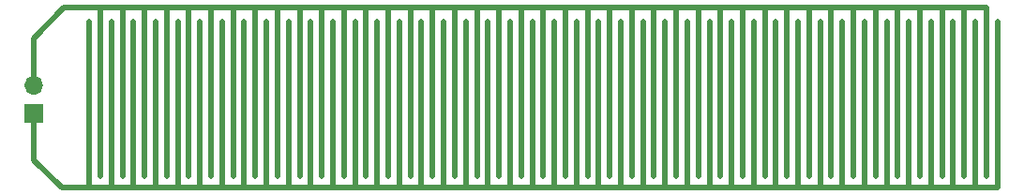
<source format=gbr>
%TF.GenerationSoftware,KiCad,Pcbnew,8.0.4*%
%TF.CreationDate,2024-09-05T15:58:04-04:00*%
%TF.ProjectId,paddle_1,70616464-6c65-45f3-912e-6b696361645f,rev?*%
%TF.SameCoordinates,Original*%
%TF.FileFunction,Copper,L2,Bot*%
%TF.FilePolarity,Positive*%
%FSLAX46Y46*%
G04 Gerber Fmt 4.6, Leading zero omitted, Abs format (unit mm)*
G04 Created by KiCad (PCBNEW 8.0.4) date 2024-09-05 15:58:04*
%MOMM*%
%LPD*%
G01*
G04 APERTURE LIST*
%TA.AperFunction,ComponentPad*%
%ADD10R,1.700000X1.700000*%
%TD*%
%TA.AperFunction,ComponentPad*%
%ADD11O,1.700000X1.700000*%
%TD*%
%TA.AperFunction,Conductor*%
%ADD12C,0.508000*%
%TD*%
G04 APERTURE END LIST*
D10*
%TO.P,J1,1,Pin_1*%
%TO.N,unconnected-(J1-Pin_1-Pad1)*%
X100000000Y-93275000D03*
D11*
%TO.P,J1,2,Pin_2*%
%TO.N,unconnected-(J1-Pin_2-Pad2)*%
X100000000Y-90735000D03*
%TD*%
D12*
%TO.N,unconnected-(J1-Pin_2-Pad2)*%
X128000000Y-83754000D02*
X128000000Y-99000000D01*
X108000000Y-83754000D02*
X110000000Y-83754000D01*
X158000000Y-83754000D02*
X160000000Y-83754000D01*
X102746000Y-83754000D02*
X106000000Y-83754000D01*
X120000000Y-83754000D02*
X120000000Y-99000000D01*
X166000000Y-83754000D02*
X168000000Y-83754000D01*
X184000000Y-83754000D02*
X186000000Y-83754000D01*
X162000000Y-83754000D02*
X164000000Y-83754000D01*
X148000000Y-83754000D02*
X148000000Y-99000000D01*
X178000000Y-83754000D02*
X178000000Y-99000000D01*
X118000000Y-83754000D02*
X118000000Y-99000000D01*
X164000000Y-83754000D02*
X166000000Y-83754000D01*
X178000000Y-83754000D02*
X180000000Y-83754000D01*
X150000000Y-83754000D02*
X152000000Y-83754000D01*
X114000000Y-83754000D02*
X114000000Y-99000000D01*
X142000000Y-83754000D02*
X142000000Y-99000000D01*
X128000000Y-83754000D02*
X130000000Y-83754000D01*
X162000000Y-83754000D02*
X162000000Y-99000000D01*
X124000000Y-83754000D02*
X126000000Y-83754000D01*
X160000000Y-83754000D02*
X162000000Y-83754000D01*
X138000000Y-83754000D02*
X138000000Y-99000000D01*
X116000000Y-83754000D02*
X116000000Y-99000000D01*
X110000000Y-83754000D02*
X112000000Y-83754000D01*
X112000000Y-83754000D02*
X112000000Y-99000000D01*
X140000000Y-83754000D02*
X140000000Y-99000000D01*
X176000000Y-83754000D02*
X176000000Y-99000000D01*
X144000000Y-83754000D02*
X146000000Y-83754000D01*
X136000000Y-83754000D02*
X136000000Y-99000000D01*
X122000000Y-83754000D02*
X122000000Y-99000000D01*
X158000000Y-83754000D02*
X158000000Y-99000000D01*
X114000000Y-83754000D02*
X116000000Y-83754000D01*
X176000000Y-83754000D02*
X178000000Y-83754000D01*
X164000000Y-83754000D02*
X164000000Y-99000000D01*
X156000000Y-83754000D02*
X158000000Y-83754000D01*
X112000000Y-83754000D02*
X114000000Y-83754000D01*
X146000000Y-83754000D02*
X146000000Y-99000000D01*
X134000000Y-83754000D02*
X136000000Y-83754000D01*
X126000000Y-83754000D02*
X126000000Y-99000000D01*
X136000000Y-83754000D02*
X138000000Y-83754000D01*
X138000000Y-83754000D02*
X140000000Y-83754000D01*
X126000000Y-83754000D02*
X128000000Y-83754000D01*
X168000000Y-83754000D02*
X168000000Y-99000000D01*
X108000000Y-83754000D02*
X108000000Y-99000000D01*
X180000000Y-83754000D02*
X180000000Y-99000000D01*
X170000000Y-83754000D02*
X170000000Y-98000000D01*
X132000000Y-83754000D02*
X132000000Y-99000000D01*
X154000000Y-83754000D02*
X156000000Y-83754000D01*
X130000000Y-83754000D02*
X132000000Y-83754000D01*
X172000000Y-83754000D02*
X174000000Y-83754000D01*
X152000000Y-83754000D02*
X152000000Y-99000000D01*
X160000000Y-83754000D02*
X160000000Y-99000000D01*
X142000000Y-83754000D02*
X144000000Y-83754000D01*
X100000000Y-86500000D02*
X102746000Y-83754000D01*
X182000000Y-83754000D02*
X184000000Y-83754000D01*
X170000000Y-98000000D02*
X170000000Y-99000000D01*
X110000000Y-83754000D02*
X110000000Y-99000000D01*
X118000000Y-83754000D02*
X120000000Y-83754000D01*
X116000000Y-83754000D02*
X118000000Y-83754000D01*
X148000000Y-83754000D02*
X150000000Y-83754000D01*
X146000000Y-83754000D02*
X148000000Y-83754000D01*
X106000000Y-83754000D02*
X106000000Y-99000000D01*
X170000000Y-83754000D02*
X172000000Y-83754000D01*
X180000000Y-83754000D02*
X182000000Y-83754000D01*
X150000000Y-83754000D02*
X150000000Y-99000000D01*
X122000000Y-83754000D02*
X124000000Y-83754000D01*
X174000000Y-83754000D02*
X174000000Y-99000000D01*
X100000000Y-90735000D02*
X100000000Y-86500000D01*
X144000000Y-83754000D02*
X144000000Y-99000000D01*
X186000000Y-83754000D02*
X186000000Y-99000000D01*
X130000000Y-83754000D02*
X130000000Y-99000000D01*
X132000000Y-83754000D02*
X134000000Y-83754000D01*
X174000000Y-83754000D02*
X176000000Y-83754000D01*
X172000000Y-83754000D02*
X172000000Y-99000000D01*
X166000000Y-83754000D02*
X166000000Y-99000000D01*
X156000000Y-83754000D02*
X156000000Y-99000000D01*
X140000000Y-83754000D02*
X142000000Y-83754000D01*
X152000000Y-83754000D02*
X154000000Y-83754000D01*
X182000000Y-83754000D02*
X182000000Y-99000000D01*
X106000000Y-83754000D02*
X108000000Y-83754000D01*
X168000000Y-83754000D02*
X170000000Y-83754000D01*
X154000000Y-83754000D02*
X154000000Y-99000000D01*
X184000000Y-83754000D02*
X184000000Y-99000000D01*
X134000000Y-83754000D02*
X134000000Y-99000000D01*
X120000000Y-83754000D02*
X122000000Y-83754000D01*
X124000000Y-83754000D02*
X124000000Y-99000000D01*
%TO.N,unconnected-(J1-Pin_1-Pad1)*%
X163000000Y-100000000D02*
X165000000Y-100000000D01*
X153000000Y-100000000D02*
X153000000Y-85000000D01*
X145000000Y-100000000D02*
X147000000Y-100000000D01*
X107000000Y-100000000D02*
X107000000Y-85000000D01*
X185000000Y-100000000D02*
X185000000Y-85000000D01*
X157000000Y-100000000D02*
X159000000Y-100000000D01*
X111000000Y-100000000D02*
X111000000Y-85000000D01*
X123000000Y-100000000D02*
X123000000Y-85000000D01*
X159000000Y-100000000D02*
X161000000Y-100000000D01*
X169000000Y-100000000D02*
X171000000Y-100000000D01*
X145000000Y-100000000D02*
X145000000Y-85000000D01*
X185000000Y-100000000D02*
X187000000Y-100000000D01*
X100000000Y-93275000D02*
X100000000Y-97500000D01*
X121000000Y-100000000D02*
X123000000Y-100000000D01*
X187000000Y-100000000D02*
X187000000Y-85000000D01*
X113000000Y-100000000D02*
X113000000Y-85000000D01*
X167000000Y-86000000D02*
X167000000Y-85000000D01*
X133000000Y-86000000D02*
X133000000Y-85000000D01*
X165000000Y-100000000D02*
X167000000Y-100000000D01*
X109000000Y-100000000D02*
X111000000Y-100000000D01*
X119000000Y-100000000D02*
X119000000Y-85000000D01*
X181000000Y-100000000D02*
X181000000Y-85000000D01*
X135000000Y-100000000D02*
X135000000Y-85000000D01*
X133000000Y-100000000D02*
X135000000Y-100000000D01*
X143000000Y-100000000D02*
X145000000Y-100000000D01*
X153000000Y-100000000D02*
X155000000Y-100000000D01*
X183000000Y-100000000D02*
X183000000Y-85000000D01*
X151000000Y-100000000D02*
X153000000Y-100000000D01*
X113000000Y-100000000D02*
X115000000Y-100000000D01*
X139000000Y-100000000D02*
X139000000Y-85000000D01*
X171000000Y-86000000D02*
X171000000Y-85000000D01*
X125000000Y-100000000D02*
X125000000Y-85000000D01*
X115000000Y-100000000D02*
X115000000Y-85000000D01*
X131000000Y-100000000D02*
X131000000Y-85000000D01*
X175000000Y-100000000D02*
X177000000Y-100000000D01*
X177000000Y-100000000D02*
X177000000Y-85000000D01*
X161000000Y-100000000D02*
X161000000Y-86000000D01*
X181000000Y-100000000D02*
X183000000Y-100000000D01*
X179000000Y-100000000D02*
X179000000Y-85000000D01*
X157000000Y-100000000D02*
X157000000Y-85000000D01*
X159000000Y-100000000D02*
X159000000Y-85000000D01*
X165000000Y-100000000D02*
X165000000Y-85000000D01*
X141000000Y-100000000D02*
X143000000Y-100000000D01*
X175000000Y-100000000D02*
X175000000Y-85000000D01*
X155000000Y-100000000D02*
X157000000Y-100000000D01*
X147000000Y-100000000D02*
X149000000Y-100000000D01*
X117000000Y-100000000D02*
X119000000Y-100000000D01*
X147000000Y-100000000D02*
X147000000Y-85000000D01*
X173000000Y-100000000D02*
X173000000Y-85000000D01*
X177000000Y-100000000D02*
X179000000Y-100000000D01*
X179000000Y-100000000D02*
X181000000Y-100000000D01*
X161000000Y-100000000D02*
X163000000Y-100000000D01*
X149000000Y-100000000D02*
X151000000Y-100000000D01*
X163000000Y-100000000D02*
X163000000Y-85000000D01*
X183000000Y-100000000D02*
X185000000Y-100000000D01*
X115000000Y-100000000D02*
X117000000Y-100000000D01*
X173000000Y-100000000D02*
X175000000Y-100000000D01*
X109000000Y-100000000D02*
X109000000Y-85000000D01*
X119000000Y-100000000D02*
X121000000Y-100000000D01*
X171000000Y-100000000D02*
X171000000Y-86000000D01*
X105000000Y-100000000D02*
X107000000Y-100000000D01*
X133000000Y-100000000D02*
X133000000Y-86000000D01*
X139000000Y-100000000D02*
X141000000Y-100000000D01*
X107000000Y-100000000D02*
X109000000Y-100000000D01*
X129000000Y-100000000D02*
X131000000Y-100000000D01*
X151000000Y-100000000D02*
X151000000Y-85000000D01*
X121000000Y-100000000D02*
X121000000Y-85000000D01*
X167000000Y-100000000D02*
X169000000Y-100000000D01*
X171000000Y-100000000D02*
X173000000Y-100000000D01*
X161000000Y-86000000D02*
X161000000Y-85000000D01*
X137000000Y-100000000D02*
X137000000Y-85000000D01*
X125000000Y-100000000D02*
X127000000Y-100000000D01*
X111000000Y-100000000D02*
X113000000Y-100000000D01*
X169000000Y-100000000D02*
X169000000Y-85000000D01*
X135000000Y-100000000D02*
X137000000Y-100000000D01*
X149000000Y-100000000D02*
X149000000Y-85000000D01*
X129000000Y-100000000D02*
X129000000Y-85000000D01*
X143000000Y-100000000D02*
X143000000Y-85000000D01*
X137000000Y-100000000D02*
X139000000Y-100000000D01*
X100000000Y-97500000D02*
X102500000Y-100000000D01*
X117000000Y-100000000D02*
X117000000Y-85000000D01*
X127000000Y-100000000D02*
X129000000Y-100000000D01*
X141000000Y-100000000D02*
X141000000Y-85000000D01*
X102500000Y-100000000D02*
X105000000Y-100000000D01*
X131000000Y-100000000D02*
X133000000Y-100000000D01*
X155000000Y-100000000D02*
X155000000Y-85000000D01*
X105000000Y-100000000D02*
X105000000Y-85000000D01*
X167000000Y-100000000D02*
X167000000Y-86000000D01*
X127000000Y-100000000D02*
X127000000Y-85000000D01*
X123000000Y-100000000D02*
X125000000Y-100000000D01*
%TD*%
M02*

</source>
